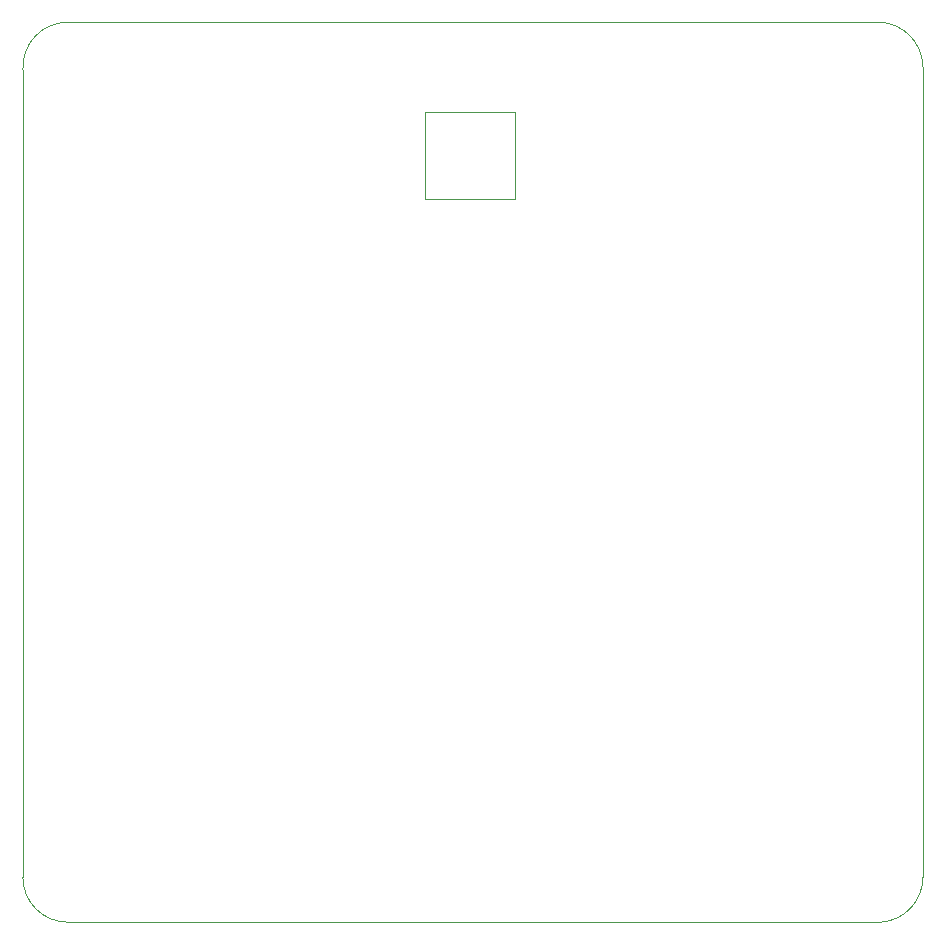
<source format=gbr>
G04 #@! TF.GenerationSoftware,KiCad,Pcbnew,5.1.9*
G04 #@! TF.CreationDate,2021-05-04T19:13:35+02:00*
G04 #@! TF.ProjectId,12v_FAN_Pico,3132765f-4641-44e5-9f50-69636f2e6b69,rev?*
G04 #@! TF.SameCoordinates,Original*
G04 #@! TF.FileFunction,Profile,NP*
%FSLAX46Y46*%
G04 Gerber Fmt 4.6, Leading zero omitted, Abs format (unit mm)*
G04 Created by KiCad (PCBNEW 5.1.9) date 2021-05-04 19:13:35*
%MOMM*%
%LPD*%
G01*
G04 APERTURE LIST*
G04 #@! TA.AperFunction,Profile*
%ADD10C,0.050000*%
G04 #@! TD*
G04 APERTURE END LIST*
D10*
X64516000Y-31750000D02*
X64516000Y-39116000D01*
X72136000Y-31750000D02*
X64516000Y-31750000D01*
X72136000Y-39116000D02*
X72136000Y-31750000D01*
X64516000Y-39116000D02*
X72136000Y-39116000D01*
X102870000Y-24130000D02*
G75*
G02*
X106680000Y-27940000I0J-3810000D01*
G01*
X30488439Y-28193437D02*
G75*
G02*
X34290000Y-24130000I3801561J253437D01*
G01*
X34290000Y-100330000D02*
G75*
G02*
X30480000Y-96520000I0J3810000D01*
G01*
X103123999Y-100329999D02*
X34290000Y-100330000D01*
X106680000Y-27940000D02*
X106688456Y-96520001D01*
X106688456Y-96520001D02*
G75*
G02*
X103123999Y-100329999I-3818456J1D01*
G01*
X34290000Y-24130000D02*
X102870000Y-24130000D01*
X30480000Y-96520000D02*
X30488439Y-28193437D01*
M02*

</source>
